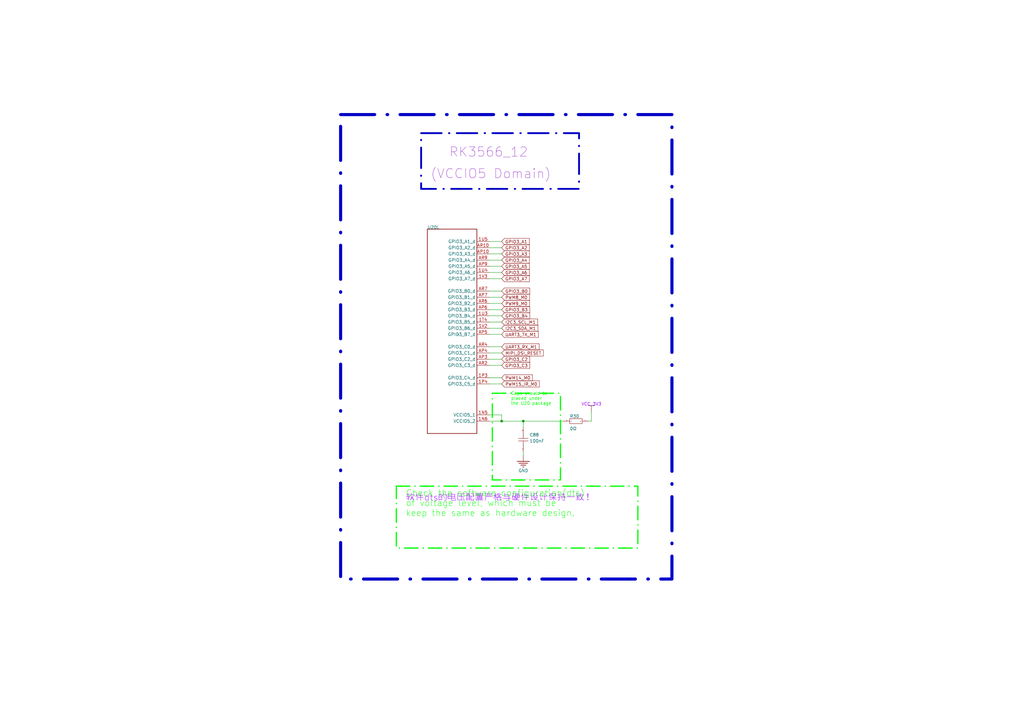
<source format=kicad_sch>
(kicad_sch (version 20250114) (generator "eeschema") (generator_version "9.0")
  (paper "A3")
  (rectangle (start 172.72 54.61) (end 237.49 77.47) (stroke (width 0.762) (type dash_dot)))
  (rectangle (start 201.93 161.29) (end 229.87 196.85) (stroke (width 0.508) (type dash_dot) (color 0 255 0 1)))
  (rectangle (start 139.7 46.99) (end 275.59 237.49) (stroke (width 1.27) (type dash_dot)))
  (rectangle (start 162.56 199.39) (end 261.62 224.79) (stroke (width 0.508) (type dash_dot) (color 0 255 0 1)))
  (text "软件dts的电压配置严格与硬件设计保持一致！" (at 166.37 205.74 0) (effects (font (size 2.54 2.54)) (justify left bottom)))
  (text "Caps should be \nplaced under \nthe U20 package" (at 209.55 166.37 0) (effects (font (size 1.27 1.27)) (justify left bottom)))
  (text "(VCCIO5 Domain)" (at 176.53 73.66 0) (effects (font (size 3.81 3.81)) (justify left bottom)))
  (text "Check the software configuration(dts)\nof voltage level, which must be\nkeep the same as hardware design." (at 166.37 212.09 0) (effects (font (size 2.54 2.54)) (justify left bottom)))
  (text "RK3566_12" (at 184.15 64.77 0) (effects (font (size 3.81 3.81)) (justify left bottom)))
  (junction (at 214.63 172.72))
  (junction (at 205.74 172.72))
  (wire (pts (xy 200.66 124.46) (xy 205.74 124.46)))
  (wire (pts (xy 200.66 137.16) (xy 205.74 137.16)))
  (wire (pts (xy 205.74 154.94) (xy 200.66 154.94)))
  (wire (pts (xy 200.66 119.38) (xy 205.74 119.38)))
  (wire (pts (xy 231.14 172.72) (xy 214.63 172.72)))
  (wire (pts (xy 242.57 168.91) (xy 242.57 172.72)))
  (wire (pts (xy 200.66 149.86) (xy 205.74 149.86)))
  (wire (pts (xy 205.74 121.92) (xy 200.66 121.92)))
  (wire (pts (xy 214.63 172.72) (xy 214.63 175.26)))
  (wire (pts (xy 205.74 144.78) (xy 200.66 144.78)))
  (wire (pts (xy 200.66 142.24) (xy 205.74 142.24)))
  (wire (pts (xy 205.74 172.72) (xy 214.63 172.72)))
  (wire (pts (xy 200.66 99.06) (xy 205.74 99.06)))
  (wire (pts (xy 241.3 172.72) (xy 242.57 172.72)))
  (wire (pts (xy 200.66 170.18) (xy 205.74 170.18)))
  (wire (pts (xy 200.66 109.22) (xy 205.74 109.22)))
  (wire (pts (xy 200.66 101.6) (xy 205.74 101.6)))
  (wire (pts (xy 205.74 172.72) (xy 205.74 170.18)))
  (wire (pts (xy 205.74 134.62) (xy 200.66 134.62)))
  (wire (pts (xy 205.74 129.54) (xy 200.66 129.54)))
  (wire (pts (xy 205.74 132.08) (xy 200.66 132.08)))
  (wire (pts (xy 205.74 127) (xy 200.66 127)))
  (wire (pts (xy 200.66 147.32) (xy 205.74 147.32)))
  (wire (pts (xy 200.66 106.68) (xy 205.74 106.68)))
  (wire (pts (xy 200.66 111.76) (xy 205.74 111.76)))
  (wire (pts (xy 200.66 114.3) (xy 205.74 114.3)))
  (wire (pts (xy 200.66 104.14) (xy 205.74 104.14)))
  (wire (pts (xy 205.74 157.48) (xy 200.66 157.48)))
  (wire (pts (xy 200.66 172.72) (xy 205.74 172.72)))
  (wire (pts (xy 214.63 186.69) (xy 214.63 185.42)))
  (global_label "UART3_TX_M1" (shape input) (at 205.74 137.16 0) (property "Intersheetrefs" "${INTERSHEET_REFS}" (effects (hide yes))))
  (global_label "PWM15_IR_M0" (shape input) (at 205.74 157.48 0) (property "Intersheetrefs" "${INTERSHEET_REFS}" (effects (hide yes))))
  (global_label "I2C3_SDA_M1" (shape input) (at 205.74 134.62 0) (property "Intersheetrefs" "${INTERSHEET_REFS}" (effects (hide yes))))
  (global_label "PWM8_M0" (shape input) (at 205.74 121.92 0) (property "Intersheetrefs" "${INTERSHEET_REFS}" (effects (hide yes))))
  (global_label "GPIO3_A1" (shape input) (at 205.74 99.06 0) (property "Intersheetrefs" "${INTERSHEET_REFS}" (effects (hide yes))))
  (global_label "GPIO3_B0" (shape input) (at 205.74 119.38 0) (property "Intersheetrefs" "${INTERSHEET_REFS}" (effects (hide yes))))
  (global_label "GPIO3_A5" (shape input) (at 205.74 109.22 0) (property "Intersheetrefs" "${INTERSHEET_REFS}" (effects (hide yes))))
  (global_label "GPIO3_A7" (shape input) (at 205.74 114.3 0) (property "Intersheetrefs" "${INTERSHEET_REFS}" (effects (hide yes))))
  (global_label "GPIO3_A2" (shape input) (at 205.74 101.6 0) (property "Intersheetrefs" "${INTERSHEET_REFS}" (effects (hide yes))))
  (global_label "GPIO3_A6" (shape input) (at 205.74 111.76 0) (property "Intersheetrefs" "${INTERSHEET_REFS}" (effects (hide yes))))
  (global_label "PWM14_M0" (shape input) (at 205.74 154.94 0) (property "Intersheetrefs" "${INTERSHEET_REFS}" (effects (hide yes))))
  (global_label "GPIO3_C2" (shape input) (at 205.74 147.32 0) (property "Intersheetrefs" "${INTERSHEET_REFS}" (effects (hide yes))))
  (global_label "I2C3_SCL_M1" (shape input) (at 205.74 132.08 0) (property "Intersheetrefs" "${INTERSHEET_REFS}" (effects (hide yes))))
  (global_label "PWM9_M0" (shape input) (at 205.74 124.46 0) (property "Intersheetrefs" "${INTERSHEET_REFS}" (effects (hide yes))))
  (global_label "GPIO3_A4" (shape input) (at 205.74 106.68 0) (property "Intersheetrefs" "${INTERSHEET_REFS}" (effects (hide yes))))
  (global_label "GPIO3_B3" (shape input) (at 205.74 127 0) (property "Intersheetrefs" "${INTERSHEET_REFS}" (effects (hide yes))))
  (global_label "GPIO3_C3" (shape input) (at 205.74 149.86 0) (property "Intersheetrefs" "${INTERSHEET_REFS}" (effects (hide yes))))
  (global_label "MIPI_DSI_RESET" (shape input) (at 205.74 144.78 0) (property "Intersheetrefs" "${INTERSHEET_REFS}" (effects (hide yes))))
  (global_label "GPIO3_B4" (shape input) (at 205.74 129.54 0) (property "Intersheetrefs" "${INTERSHEET_REFS}" (effects (hide yes))))
  (global_label "GPIO3_A3" (shape input) (at 205.74 104.14 0) (property "Intersheetrefs" "${INTERSHEET_REFS}" (effects (hide yes))))
  (global_label "UART3_RX_M1" (shape input) (at 205.74 142.24 0) (property "Intersheetrefs" "${INTERSHEET_REFS}" (effects (hide yes))))
  (symbol (lib_id "LCSC Taish-easyedapro:Ground-GND") (at 214.63 186.69 0) (unit 1)
    (property "Reference" "#PWR0195" (effects (hide yes)))
    (property "Value" "GND" (at 214.63 193.04 0))
    (property "Footprint" "LCSC Taish-easyedapro:" (effects (hide yes)))
  )
  (symbol (lib_id "LCSC Taish-easyedapro:ERJ2GE0R00X") (at 236.22 172.72 180) (unit 1)
    (property "Reference" "R30" (at 233.68 171.45 0) (effects (justify right top)))
    (property "Value" "0Ω" (at 233.68 176.53 0) (effects (justify right top)))
    (property "Footprint" "LCSC Taish-easyedapro:R0402" (effects (hide yes)))
    (property "Datasheet" "https://atta.szlcsc.com/upload/public/pdf/source/20181106/C242160_CA6E41971DE5A1DCD79442F3CF334CD6.pdf" (effects (hide yes)))
    (property "Description" "电阻类型:-;阻值:0Ω;功率:100mW;温度系数:-100ppm/°C~+600ppm/°C;最大工作电压:-;工作温度范围:-55°C~+155°C;" (effects (hide yes)))
    (property "Manufacturer Part" "ERJ2GE0R00X" (effects (hide yes)))
    (property "Manufacturer" "PANASONIC(松下)" (effects (hide yes)))
    (property "Supplier Part" "C242160" (effects (hide yes)))
    (property "Supplier" "LCSC" (effects (hide yes)))
    (property "LCSC Part Name" "0Ω 100mW" (effects (hide yes)))
  )
  (symbol (lib_id "LCSC Taish-easyedapro:Power-VCC") (at 242.57 168.91 0) (unit 1)
    (property "Reference" "#PWR0196" (effects (hide yes)))
    (property "Value" "VCC_3V3" (at 242.57 166.37 0) (effects (justify bottom)))
    (property "Footprint" "LCSC Taish-easyedapro:" (effects (hide yes)))
  )
  (symbol (lib_id "LCSC Taish-easyedapro:CL05B104KB54PNC") (at 214.63 180.34 90) (unit 1)
    (property "Reference" "C88" (at 217.17 179.07 90) (effects (justify right top)))
    (property "Value" "100nF" (at 217.17 181.61 90) (effects (justify right top)))
    (property "Footprint" "Capacitor_SMD:C_0402_1005Metric" (effects (hide yes)))
    (property "Datasheet" "https://atta.szlcsc.com/upload/public/pdf/source/20181009/C307380_E0679AAF9658ADA26DBF30CED0CA6925.pdf" (effects (hide yes)))
    (property "Description" "容值:100nF;精度:±10%;额定电压:50V;材质(温度系数):X7R;" (effects (hide yes)))
    (property "Manufacturer Part" "CL03A104KO3NNNC" (effects (hide yes)))
    (property "Manufacturer" "SAMSUNG(三星)" (effects (hide yes)))
    (property "Supplier Part" "C307380" (effects (hide yes)))
    (property "Supplier" "LCSC" (effects (hide yes)))
    (property "LCSC Part Name" "100nF ±10% 16V" (effects (hide yes)))
    (property "JLCPCB Part Class" "Extended Part" (effects (hide yes)))
  )
  (symbol (lib_id "LCSC Taish-easyedapro:RK3566") (at 187.96 137.16 0) (unit 12)
    (property "Reference" "U20" (at 175.26 93.98 0) (effects (justify left bottom)))
    (property "Value" "~" (at 187.96 137.16 0))
    (property "Footprint" "LCSC Taish-easyedapro:RK3566" (effects (hide yes)))
  )
)
</source>
